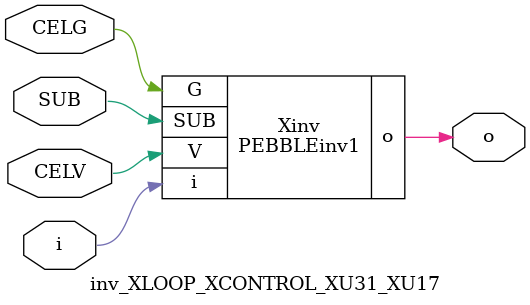
<source format=v>



module PEBBLEinv1 ( o, G, SUB, V, i );

  input V;
  input i;
  input G;
  output o;
  input SUB;
endmodule

//Celera Confidential Do Not Copy inv_XLOOP_XCONTROL_XU31_XU17
//Celera Confidential Symbol Generator
//5V Inverter
module inv_XLOOP_XCONTROL_XU31_XU17 (CELV,CELG,i,o,SUB);
input CELV;
input CELG;
input i;
input SUB;
output o;

//Celera Confidential Do Not Copy inv
PEBBLEinv1 Xinv(
.V (CELV),
.i (i),
.o (o),
.SUB (SUB),
.G (CELG)
);
//,diesize,PEBBLEinv1

//Celera Confidential Do Not Copy Module End
//Celera Schematic Generator
endmodule

</source>
